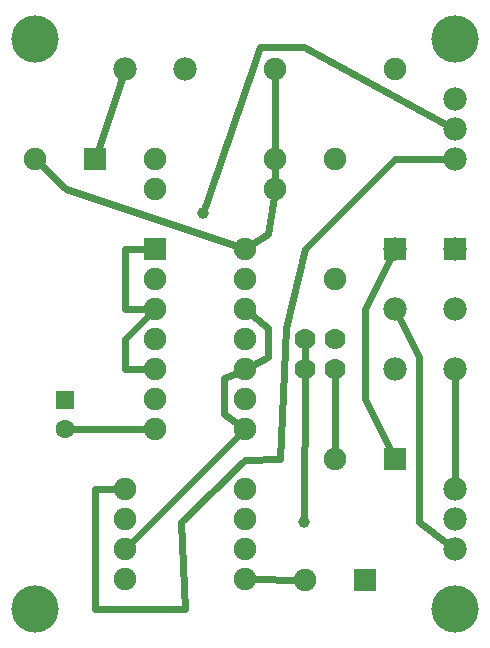
<source format=gtl>
G04 MADE WITH FRITZING*
G04 WWW.FRITZING.ORG*
G04 DOUBLE SIDED*
G04 HOLES PLATED*
G04 CONTOUR ON CENTER OF CONTOUR VECTOR*
%ASAXBY*%
%FSLAX23Y23*%
%MOIN*%
%OFA0B0*%
%SFA1.0B1.0*%
%ADD10C,0.062992*%
%ADD11C,0.039370*%
%ADD12C,0.075000*%
%ADD13C,0.070000*%
%ADD14C,0.078000*%
%ADD15C,0.157480*%
%ADD16R,0.062992X0.062992*%
%ADD17R,0.075000X0.075000*%
%ADD18R,0.078000X0.078000*%
%ADD19C,0.024000*%
%LNCOPPER1*%
G90*
G70*
G54D10*
X226Y819D03*
X226Y721D03*
G54D11*
X1020Y410D03*
X684Y1442D03*
G54D12*
X526Y1321D03*
X826Y1321D03*
X526Y1221D03*
X826Y1221D03*
X526Y1121D03*
X826Y1121D03*
X526Y1021D03*
X826Y1021D03*
X526Y921D03*
X826Y921D03*
X526Y821D03*
X826Y821D03*
X526Y721D03*
X826Y721D03*
X926Y1921D03*
X1326Y1921D03*
X1126Y1621D03*
X1126Y1221D03*
X526Y1621D03*
X926Y1621D03*
X426Y321D03*
X826Y321D03*
X526Y1521D03*
X926Y1521D03*
X426Y521D03*
X826Y521D03*
X426Y221D03*
X826Y221D03*
X426Y421D03*
X826Y421D03*
G54D13*
X1026Y921D03*
X1126Y921D03*
X1026Y1021D03*
X1126Y1021D03*
G54D12*
X326Y1621D03*
X126Y1621D03*
X1326Y621D03*
X1126Y621D03*
X1226Y219D03*
X1026Y219D03*
G54D14*
X1526Y1321D03*
X1526Y1121D03*
X1526Y921D03*
X1326Y1321D03*
X1326Y1121D03*
X1326Y921D03*
X1526Y521D03*
X1526Y421D03*
X1526Y321D03*
X1526Y1821D03*
X1526Y1721D03*
X1526Y1621D03*
X426Y1921D03*
X626Y1921D03*
G54D15*
X126Y121D03*
X1526Y121D03*
X126Y2021D03*
X1526Y2021D03*
G54D16*
X226Y819D03*
G54D17*
X526Y1321D03*
X326Y1621D03*
X1326Y621D03*
X1226Y219D03*
G54D18*
X1526Y1321D03*
X1326Y1321D03*
G54D19*
X1226Y820D02*
X1313Y646D01*
D02*
X1226Y1120D02*
X1226Y820D01*
D02*
X1312Y1294D02*
X1226Y1120D01*
D02*
X1404Y410D02*
X1501Y339D01*
D02*
X1404Y962D02*
X1404Y410D01*
D02*
X1339Y1094D02*
X1404Y962D01*
D02*
X1126Y895D02*
X1126Y649D01*
D02*
X926Y1549D02*
X926Y1592D01*
D02*
X900Y1370D02*
X921Y1493D01*
D02*
X849Y1337D02*
X900Y1370D01*
D02*
X926Y1892D02*
X926Y1649D01*
D02*
X227Y1521D02*
X798Y1330D01*
D02*
X146Y1601D02*
X227Y1521D01*
D02*
X799Y909D02*
X756Y890D01*
D02*
X854Y221D02*
X998Y219D01*
D02*
X756Y770D02*
X802Y737D01*
D02*
X756Y890D02*
X756Y770D01*
D02*
X900Y1058D02*
X900Y962D01*
D02*
X847Y1102D02*
X900Y1058D01*
D02*
X900Y962D02*
X851Y935D01*
D02*
X446Y341D02*
X805Y701D01*
D02*
X424Y1020D02*
X505Y1101D01*
D02*
X424Y1020D02*
X424Y1020D01*
D02*
X424Y920D02*
X424Y1020D01*
D02*
X424Y1020D02*
X424Y1020D01*
D02*
X497Y921D02*
X424Y920D01*
D02*
X497Y1321D02*
X424Y1321D01*
D02*
X324Y121D02*
X625Y121D01*
D02*
X324Y222D02*
X324Y121D01*
D02*
X324Y522D02*
X324Y222D01*
D02*
X397Y521D02*
X324Y522D01*
D02*
X424Y1120D02*
X497Y1121D01*
D02*
X424Y1321D02*
X424Y1120D01*
D02*
X612Y410D02*
X825Y619D01*
D02*
X625Y121D02*
X612Y410D01*
D02*
X941Y622D02*
X960Y1058D01*
D02*
X1025Y1321D02*
X1326Y1621D01*
D02*
X960Y1058D02*
X1025Y1321D01*
D02*
X825Y619D02*
X941Y622D01*
D02*
X1026Y995D02*
X1026Y947D01*
D02*
X1526Y551D02*
X1526Y891D01*
D02*
X1326Y1621D02*
X1495Y1621D01*
D02*
X1020Y429D02*
X1025Y895D01*
D02*
X252Y721D02*
X497Y721D01*
D02*
X416Y1892D02*
X335Y1648D01*
D02*
X1020Y1994D02*
X1499Y1735D01*
D02*
X876Y1994D02*
X1020Y1994D01*
D02*
X690Y1460D02*
X876Y1994D01*
G04 End of Copper1*
M02*
</source>
